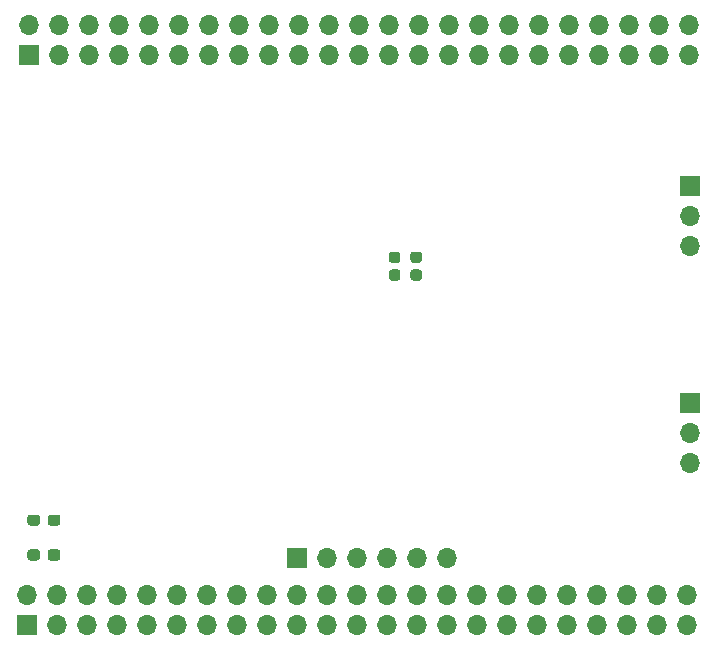
<source format=gbr>
%TF.GenerationSoftware,KiCad,Pcbnew,(5.1.12)-1*%
%TF.CreationDate,2023-08-18T20:52:49-06:00*%
%TF.ProjectId,X,582e6b69-6361-4645-9f70-636258585858,rev?*%
%TF.SameCoordinates,Original*%
%TF.FileFunction,Soldermask,Bot*%
%TF.FilePolarity,Negative*%
%FSLAX46Y46*%
G04 Gerber Fmt 4.6, Leading zero omitted, Abs format (unit mm)*
G04 Created by KiCad (PCBNEW (5.1.12)-1) date 2023-08-18 20:52:49*
%MOMM*%
%LPD*%
G01*
G04 APERTURE LIST*
%ADD10O,1.700000X1.700000*%
%ADD11R,1.700000X1.700000*%
G04 APERTURE END LIST*
%TO.C,C3*%
G36*
G01*
X122905400Y-121497100D02*
X122905400Y-121022100D01*
G75*
G02*
X123142900Y-120784600I237500J0D01*
G01*
X123742900Y-120784600D01*
G75*
G02*
X123980400Y-121022100I0J-237500D01*
G01*
X123980400Y-121497100D01*
G75*
G02*
X123742900Y-121734600I-237500J0D01*
G01*
X123142900Y-121734600D01*
G75*
G02*
X122905400Y-121497100I0J237500D01*
G01*
G37*
G36*
G01*
X121180400Y-121497100D02*
X121180400Y-121022100D01*
G75*
G02*
X121417900Y-120784600I237500J0D01*
G01*
X122017900Y-120784600D01*
G75*
G02*
X122255400Y-121022100I0J-237500D01*
G01*
X122255400Y-121497100D01*
G75*
G02*
X122017900Y-121734600I-237500J0D01*
G01*
X121417900Y-121734600D01*
G75*
G02*
X121180400Y-121497100I0J237500D01*
G01*
G37*
%TD*%
D10*
%TO.C,J3*%
X156692600Y-124460000D03*
X154152600Y-124460000D03*
X151612600Y-124460000D03*
X149072600Y-124460000D03*
X146532600Y-124460000D03*
D11*
X143992600Y-124460000D03*
%TD*%
D10*
%TO.C,J6*%
X121158000Y-127635000D03*
X146558000Y-130175000D03*
X151638000Y-127635000D03*
X136398000Y-130175000D03*
X154178000Y-130175000D03*
X156718000Y-130175000D03*
X159258000Y-127635000D03*
D11*
X121158000Y-130175000D03*
D10*
X138938000Y-130175000D03*
X166878000Y-130175000D03*
X166878000Y-127635000D03*
X169418000Y-130175000D03*
X169418000Y-127635000D03*
X171958000Y-127635000D03*
X171958000Y-130175000D03*
X174498000Y-130175000D03*
X133858000Y-127635000D03*
X149098000Y-130175000D03*
X164338000Y-127635000D03*
X174498000Y-127635000D03*
X177038000Y-130175000D03*
X177038000Y-127635000D03*
X138938000Y-127635000D03*
X141478000Y-130175000D03*
X126238000Y-127635000D03*
X133858000Y-130175000D03*
X123698000Y-127635000D03*
X128778000Y-130175000D03*
X131318000Y-130175000D03*
X131318000Y-127635000D03*
X144018000Y-127635000D03*
X146558000Y-127635000D03*
X149098000Y-127635000D03*
X154178000Y-127635000D03*
X126238000Y-130175000D03*
X156718000Y-127635000D03*
X141478000Y-127635000D03*
X151638000Y-130175000D03*
X123698000Y-130175000D03*
X136398000Y-127635000D03*
X128778000Y-127635000D03*
X144018000Y-130175000D03*
X159258000Y-130175000D03*
X161798000Y-127635000D03*
X164338000Y-130175000D03*
X161798000Y-130175000D03*
%TD*%
%TO.C,J2*%
X121285000Y-79375000D03*
X146685000Y-81915000D03*
X151765000Y-79375000D03*
X136525000Y-81915000D03*
X154305000Y-81915000D03*
X156845000Y-81915000D03*
X159385000Y-79375000D03*
D11*
X121285000Y-81915000D03*
D10*
X139065000Y-81915000D03*
X167005000Y-81915000D03*
X167005000Y-79375000D03*
X169545000Y-81915000D03*
X169545000Y-79375000D03*
X172085000Y-79375000D03*
X172085000Y-81915000D03*
X174625000Y-81915000D03*
X133985000Y-79375000D03*
X149225000Y-81915000D03*
X164465000Y-79375000D03*
X174625000Y-79375000D03*
X177165000Y-81915000D03*
X177165000Y-79375000D03*
X139065000Y-79375000D03*
X141605000Y-81915000D03*
X126365000Y-79375000D03*
X133985000Y-81915000D03*
X123825000Y-79375000D03*
X128905000Y-81915000D03*
X131445000Y-81915000D03*
X131445000Y-79375000D03*
X144145000Y-79375000D03*
X146685000Y-79375000D03*
X149225000Y-79375000D03*
X154305000Y-79375000D03*
X126365000Y-81915000D03*
X156845000Y-79375000D03*
X141605000Y-79375000D03*
X151765000Y-81915000D03*
X123825000Y-81915000D03*
X136525000Y-79375000D03*
X128905000Y-79375000D03*
X144145000Y-81915000D03*
X159385000Y-81915000D03*
X161925000Y-79375000D03*
X164465000Y-81915000D03*
X161925000Y-81915000D03*
%TD*%
%TO.C,C4*%
G36*
G01*
X121180400Y-124443500D02*
X121180400Y-123968500D01*
G75*
G02*
X121417900Y-123731000I237500J0D01*
G01*
X122017900Y-123731000D01*
G75*
G02*
X122255400Y-123968500I0J-237500D01*
G01*
X122255400Y-124443500D01*
G75*
G02*
X122017900Y-124681000I-237500J0D01*
G01*
X121417900Y-124681000D01*
G75*
G02*
X121180400Y-124443500I0J237500D01*
G01*
G37*
G36*
G01*
X122905400Y-124443500D02*
X122905400Y-123968500D01*
G75*
G02*
X123142900Y-123731000I237500J0D01*
G01*
X123742900Y-123731000D01*
G75*
G02*
X123980400Y-123968500I0J-237500D01*
G01*
X123980400Y-124443500D01*
G75*
G02*
X123742900Y-124681000I-237500J0D01*
G01*
X123142900Y-124681000D01*
G75*
G02*
X122905400Y-124443500I0J237500D01*
G01*
G37*
%TD*%
%TO.C,J4*%
X177292000Y-98044000D03*
X177292000Y-95504000D03*
D11*
X177292000Y-92964000D03*
%TD*%
%TO.C,J5*%
X177292000Y-111379000D03*
D10*
X177292000Y-113919000D03*
X177292000Y-116459000D03*
%TD*%
%TO.C,R5*%
G36*
G01*
X153612400Y-99246700D02*
X153612400Y-98771700D01*
G75*
G02*
X153849900Y-98534200I237500J0D01*
G01*
X154349900Y-98534200D01*
G75*
G02*
X154587400Y-98771700I0J-237500D01*
G01*
X154587400Y-99246700D01*
G75*
G02*
X154349900Y-99484200I-237500J0D01*
G01*
X153849900Y-99484200D01*
G75*
G02*
X153612400Y-99246700I0J237500D01*
G01*
G37*
G36*
G01*
X151787400Y-99246700D02*
X151787400Y-98771700D01*
G75*
G02*
X152024900Y-98534200I237500J0D01*
G01*
X152524900Y-98534200D01*
G75*
G02*
X152762400Y-98771700I0J-237500D01*
G01*
X152762400Y-99246700D01*
G75*
G02*
X152524900Y-99484200I-237500J0D01*
G01*
X152024900Y-99484200D01*
G75*
G02*
X151787400Y-99246700I0J237500D01*
G01*
G37*
%TD*%
%TO.C,R6*%
G36*
G01*
X154587400Y-100270300D02*
X154587400Y-100745300D01*
G75*
G02*
X154349900Y-100982800I-237500J0D01*
G01*
X153849900Y-100982800D01*
G75*
G02*
X153612400Y-100745300I0J237500D01*
G01*
X153612400Y-100270300D01*
G75*
G02*
X153849900Y-100032800I237500J0D01*
G01*
X154349900Y-100032800D01*
G75*
G02*
X154587400Y-100270300I0J-237500D01*
G01*
G37*
G36*
G01*
X152762400Y-100270300D02*
X152762400Y-100745300D01*
G75*
G02*
X152524900Y-100982800I-237500J0D01*
G01*
X152024900Y-100982800D01*
G75*
G02*
X151787400Y-100745300I0J237500D01*
G01*
X151787400Y-100270300D01*
G75*
G02*
X152024900Y-100032800I237500J0D01*
G01*
X152524900Y-100032800D01*
G75*
G02*
X152762400Y-100270300I0J-237500D01*
G01*
G37*
%TD*%
M02*

</source>
